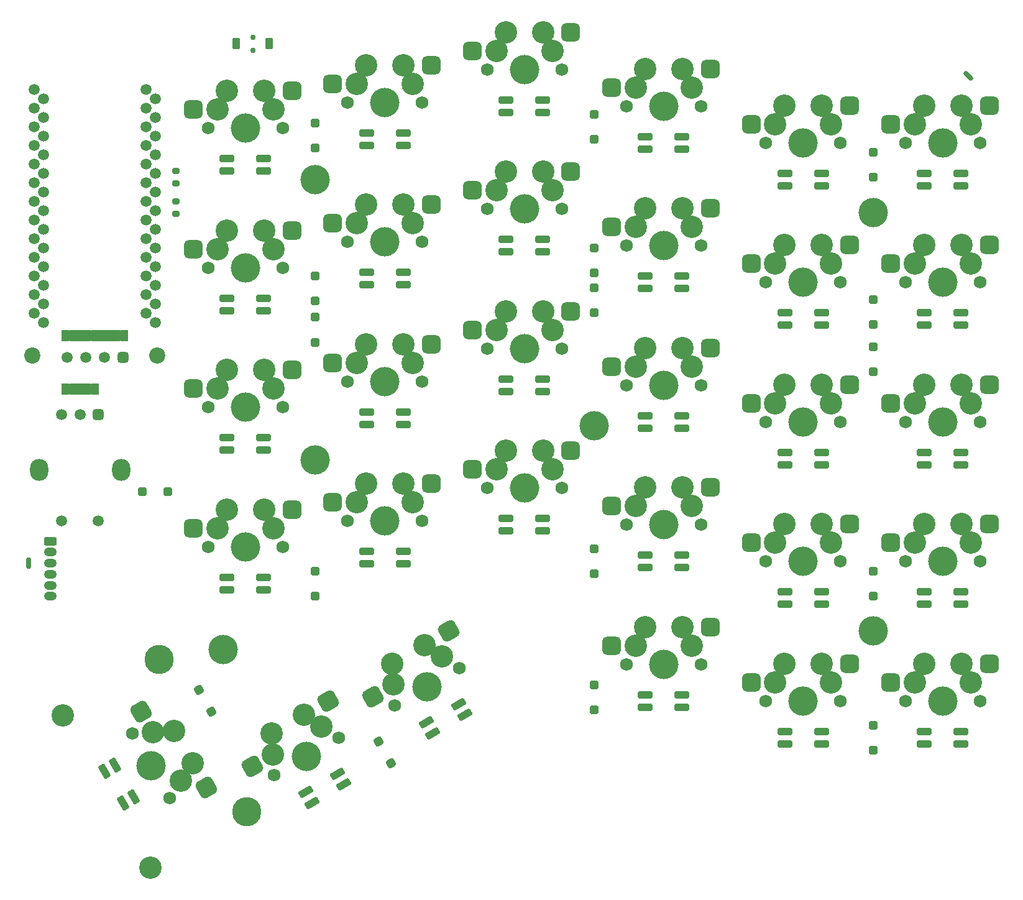
<source format=gbr>
%TF.GenerationSoftware,KiCad,Pcbnew,7.0.5*%
%TF.CreationDate,2023-11-26T00:23:34+09:00*%
%TF.ProjectId,Ultramarine-2,556c7472-616d-4617-9269-6e652d322e6b,rev?*%
%TF.SameCoordinates,Original*%
%TF.FileFunction,Soldermask,Bot*%
%TF.FilePolarity,Negative*%
%FSLAX46Y46*%
G04 Gerber Fmt 4.6, Leading zero omitted, Abs format (unit mm)*
G04 Created by KiCad (PCBNEW 7.0.5) date 2023-11-26 00:23:34*
%MOMM*%
%LPD*%
G01*
G04 APERTURE LIST*
G04 Aperture macros list*
%AMRoundRect*
0 Rectangle with rounded corners*
0 $1 Rounding radius*
0 $2 $3 $4 $5 $6 $7 $8 $9 X,Y pos of 4 corners*
0 Add a 4 corners polygon primitive as box body*
4,1,4,$2,$3,$4,$5,$6,$7,$8,$9,$2,$3,0*
0 Add four circle primitives for the rounded corners*
1,1,$1+$1,$2,$3*
1,1,$1+$1,$4,$5*
1,1,$1+$1,$6,$7*
1,1,$1+$1,$8,$9*
0 Add four rect primitives between the rounded corners*
20,1,$1+$1,$2,$3,$4,$5,0*
20,1,$1+$1,$4,$5,$6,$7,0*
20,1,$1+$1,$6,$7,$8,$9,0*
20,1,$1+$1,$8,$9,$2,$3,0*%
%AMHorizOval*
0 Thick line with rounded ends*
0 $1 width*
0 $2 $3 position (X,Y) of the first rounded end (center of the circle)*
0 $4 $5 position (X,Y) of the second rounded end (center of the circle)*
0 Add line between two ends*
20,1,$1,$2,$3,$4,$5,0*
0 Add two circle primitives to create the rounded ends*
1,1,$1,$2,$3*
1,1,$1,$4,$5*%
%AMFreePoly0*
4,1,6,1.000000,0.000000,0.500000,-0.750000,-0.500000,-0.750000,-0.500000,0.750000,0.500000,0.750000,1.000000,0.000000,1.000000,0.000000,$1*%
G04 Aperture macros list end*
%ADD10C,1.750000*%
%ADD11C,3.050000*%
%ADD12C,4.000000*%
%ADD13RoundRect,0.625000X-0.650000X-0.625000X0.650000X-0.625000X0.650000X0.625000X-0.650000X0.625000X0*%
%ADD14C,0.750000*%
%ADD15RoundRect,0.262500X0.262500X-0.537500X0.262500X0.537500X-0.262500X0.537500X-0.262500X-0.537500X0*%
%ADD16C,1.500000*%
%ADD17C,2.200000*%
%ADD18RoundRect,0.625000X-0.250417X-0.866266X0.875417X-0.216266X0.250417X0.866266X-0.875417X0.216266X0*%
%ADD19RoundRect,0.300000X-0.575000X0.300000X-0.575000X-0.300000X0.575000X-0.300000X0.575000X0.300000X0*%
%ADD20O,1.750000X1.200000*%
%ADD21RoundRect,0.375000X-0.375000X-0.375000X0.375000X-0.375000X0.375000X0.375000X-0.375000X0.375000X0*%
%ADD22RoundRect,0.375000X-0.375000X0.375000X-0.375000X-0.375000X0.375000X-0.375000X0.375000X0.375000X0*%
%ADD23O,2.500000X3.000000*%
%ADD24RoundRect,0.300000X0.300000X-0.300000X0.300000X0.300000X-0.300000X0.300000X-0.300000X-0.300000X0*%
%ADD25RoundRect,0.250000X0.750000X0.250000X-0.750000X0.250000X-0.750000X-0.250000X0.750000X-0.250000X0*%
%ADD26RoundRect,0.300000X0.409808X-0.109808X0.109808X0.409808X-0.409808X0.109808X-0.109808X-0.409808X0*%
%ADD27RoundRect,0.250000X-0.750000X-0.250000X0.750000X-0.250000X0.750000X0.250000X-0.750000X0.250000X0*%
%ADD28RoundRect,0.625000X0.650000X0.625000X-0.650000X0.625000X-0.650000X-0.625000X0.650000X-0.625000X0*%
%ADD29RoundRect,0.300000X-0.300000X0.300000X-0.300000X-0.300000X0.300000X-0.300000X0.300000X0.300000X0*%
%ADD30HorizOval,0.700000X-0.318198X0.318198X0.318198X-0.318198X0*%
%ADD31RoundRect,0.250000X0.524519X0.591506X-0.774519X-0.158494X-0.524519X-0.591506X0.774519X0.158494X0*%
%ADD32RoundRect,0.625000X0.250417X0.866266X-0.875417X0.216266X-0.250417X-0.866266X0.875417X-0.216266X0*%
%ADD33RoundRect,0.200000X0.275000X-0.200000X0.275000X0.200000X-0.275000X0.200000X-0.275000X-0.200000X0*%
%ADD34R,3.000000X1.500000*%
%ADD35FreePoly0,0.000000*%
%ADD36FreePoly0,180.000000*%
%ADD37RoundRect,0.250000X0.591506X-0.524519X-0.158494X0.774519X-0.591506X0.524519X0.158494X-0.774519X0*%
%ADD38RoundRect,0.200000X-0.275000X0.200000X-0.275000X-0.200000X0.275000X-0.200000X0.275000X0.200000X0*%
%ADD39RoundRect,0.625000X0.866266X-0.250417X0.216266X0.875417X-0.866266X0.250417X-0.216266X-0.875417X0*%
%ADD40C,3.987800*%
%ADD41C,3.048000*%
%ADD42O,0.700000X1.600000*%
%ADD43RoundRect,0.300000X0.300000X0.300000X-0.300000X0.300000X-0.300000X-0.300000X0.300000X-0.300000X0*%
G04 APERTURE END LIST*
D10*
%TO.C,SW27*%
X170920000Y-121000000D03*
D11*
X172190000Y-118460000D03*
X173460000Y-115920000D03*
D12*
X176000000Y-121000000D03*
D11*
X178540000Y-115920000D03*
X179810000Y-118460000D03*
D10*
X181080000Y-121000000D03*
D13*
X168915000Y-118460000D03*
X182342000Y-115920000D03*
%TD*%
D10*
%TO.C,SW13*%
X208920000Y-88000000D03*
D11*
X210190000Y-85460000D03*
X211460000Y-82920000D03*
D12*
X214000000Y-88000000D03*
D11*
X216540000Y-82920000D03*
X217810000Y-85460000D03*
D10*
X219080000Y-88000000D03*
D13*
X206915000Y-85460000D03*
X220342000Y-82920000D03*
%TD*%
D12*
%TO.C,REF\u002A\u002A*%
X128500000Y-55000000D03*
%TD*%
D10*
%TO.C,SW1*%
X208920000Y-50000000D03*
D11*
X210190000Y-47460000D03*
X211460000Y-44920000D03*
D12*
X214000000Y-50000000D03*
D11*
X216540000Y-44920000D03*
X217810000Y-47460000D03*
D10*
X219080000Y-50000000D03*
D13*
X206915000Y-47460000D03*
X220342000Y-44920000D03*
%TD*%
D14*
%TO.C,SW32*%
X120000000Y-37400000D03*
X120000000Y-35600000D03*
D15*
X122225000Y-36500000D03*
X117775000Y-36500000D03*
%TD*%
D10*
%TO.C,SW21*%
X170920000Y-102000000D03*
D11*
X172190000Y-99460000D03*
X173460000Y-96920000D03*
D12*
X176000000Y-102000000D03*
D11*
X178540000Y-96920000D03*
X179810000Y-99460000D03*
D10*
X181080000Y-102000000D03*
D13*
X168915000Y-99460000D03*
X182342000Y-96920000D03*
%TD*%
D10*
%TO.C,SW7*%
X208920000Y-69000000D03*
D11*
X210190000Y-66460000D03*
X211460000Y-63920000D03*
D12*
X214000000Y-69000000D03*
D11*
X216540000Y-63920000D03*
X217810000Y-66460000D03*
D10*
X219080000Y-69000000D03*
D13*
X206915000Y-66460000D03*
X220342000Y-63920000D03*
%TD*%
D10*
%TO.C,SW5*%
X132920000Y-44500000D03*
D11*
X134190000Y-41960000D03*
X135460000Y-39420000D03*
D12*
X138000000Y-44500000D03*
D11*
X140540000Y-39420000D03*
X141810000Y-41960000D03*
D10*
X143080000Y-44500000D03*
D13*
X130915000Y-41960000D03*
X144342000Y-39420000D03*
%TD*%
D12*
%TO.C,REF\u002A\u002A*%
X204500000Y-59500000D03*
%TD*%
D16*
%TO.C,U1*%
X105485000Y-42760000D03*
X105485000Y-45300000D03*
X105485000Y-47840000D03*
X105485000Y-50380000D03*
X105485000Y-52920000D03*
X105485000Y-55460000D03*
X105485000Y-58000000D03*
X105485000Y-60540000D03*
X105485000Y-63080000D03*
X105485000Y-65620000D03*
X105485000Y-68160000D03*
X105485000Y-70700000D03*
X105485000Y-73240000D03*
X90245000Y-73240000D03*
X90245000Y-70700000D03*
X90245000Y-68160000D03*
X90245000Y-65620000D03*
X90245000Y-63080000D03*
X90245000Y-60540000D03*
X90245000Y-58000000D03*
X90245000Y-55460000D03*
X90245000Y-52920000D03*
X90245000Y-50380000D03*
X90245000Y-47840000D03*
X90245000Y-45300000D03*
X90245000Y-42760000D03*
%TD*%
D17*
%TO.C,REF\u002A\u002A*%
X107000000Y-79000000D03*
%TD*%
D10*
%TO.C,SW3*%
X170920000Y-45000000D03*
D11*
X172190000Y-42460000D03*
X173460000Y-39920000D03*
D12*
X176000000Y-45000000D03*
D11*
X178540000Y-39920000D03*
X179810000Y-42460000D03*
D10*
X181080000Y-45000000D03*
D13*
X168915000Y-42460000D03*
X182342000Y-39920000D03*
%TD*%
D12*
%TO.C,REF\u002A\u002A*%
X204500000Y-116500000D03*
%TD*%
D10*
%TO.C,SW25*%
X208920000Y-126000000D03*
D11*
X210190000Y-123460000D03*
X211460000Y-120920000D03*
D12*
X214000000Y-126000000D03*
D11*
X216540000Y-120920000D03*
X217810000Y-123460000D03*
D10*
X219080000Y-126000000D03*
D13*
X206915000Y-123460000D03*
X220342000Y-120920000D03*
%TD*%
D10*
%TO.C,SW23*%
X132920000Y-101500000D03*
D11*
X134190000Y-98960000D03*
X135460000Y-96420000D03*
D12*
X138000000Y-101500000D03*
D11*
X140540000Y-96420000D03*
X141810000Y-98960000D03*
D10*
X143080000Y-101500000D03*
D13*
X130915000Y-98960000D03*
X144342000Y-96420000D03*
%TD*%
D10*
%TO.C,SW29*%
X122931591Y-136121000D03*
D11*
X122761443Y-133286295D03*
X122591295Y-130451591D03*
D12*
X127331000Y-133581000D03*
D11*
X126990705Y-127911591D03*
X129360557Y-129476295D03*
D10*
X131730409Y-131041000D03*
D18*
X119925210Y-134923795D03*
X130283333Y-126010591D03*
%TD*%
D10*
%TO.C,SW19*%
X208920000Y-107000000D03*
D11*
X210190000Y-104460000D03*
X211460000Y-101920000D03*
D12*
X214000000Y-107000000D03*
D11*
X216540000Y-101920000D03*
X217810000Y-104460000D03*
D10*
X219080000Y-107000000D03*
D13*
X206915000Y-104460000D03*
X220342000Y-101920000D03*
%TD*%
D12*
%TO.C,REF\u002A\u002A*%
X116000000Y-119000000D03*
%TD*%
D19*
%TO.C,J3*%
X92424000Y-104250000D03*
D20*
X92404000Y-105750000D03*
X92424000Y-107250000D03*
X92404000Y-108750000D03*
X92424000Y-110250000D03*
X92404000Y-111750000D03*
%TD*%
D16*
%TO.C,J1*%
X94690000Y-79240000D03*
X97230000Y-79240000D03*
X99770000Y-79240000D03*
D21*
X102310000Y-79240000D03*
%TD*%
D10*
%TO.C,SW9*%
X170920000Y-64000000D03*
D11*
X172190000Y-61460000D03*
X173460000Y-58920000D03*
D12*
X176000000Y-64000000D03*
D11*
X178540000Y-58920000D03*
X179810000Y-61460000D03*
D10*
X181080000Y-64000000D03*
D13*
X168915000Y-61460000D03*
X182342000Y-58920000D03*
%TD*%
D22*
%TO.C,SW31*%
X99000000Y-87000000D03*
D16*
X94000000Y-87000000D03*
X96500000Y-87000000D03*
D23*
X102100000Y-94500000D03*
X90900000Y-94500000D03*
D16*
X99000000Y-101500000D03*
X94000000Y-101500000D03*
%TD*%
D10*
%TO.C,SW11*%
X132920000Y-63500000D03*
D11*
X134190000Y-60960000D03*
X135460000Y-58420000D03*
D12*
X138000000Y-63500000D03*
D11*
X140540000Y-58420000D03*
X141810000Y-60960000D03*
D10*
X143080000Y-63500000D03*
D13*
X130915000Y-60960000D03*
X144342000Y-58420000D03*
%TD*%
D10*
%TO.C,SW15*%
X170920000Y-83000000D03*
D11*
X172190000Y-80460000D03*
X173460000Y-77920000D03*
D12*
X176000000Y-83000000D03*
D11*
X178540000Y-77920000D03*
X179810000Y-80460000D03*
D10*
X181080000Y-83000000D03*
D13*
X168915000Y-80460000D03*
X182342000Y-77920000D03*
%TD*%
D12*
%TO.C,REF\u002A\u002A*%
X166500000Y-88500000D03*
%TD*%
D17*
%TO.C,REF\u002A\u002A*%
X90000000Y-79000000D03*
%TD*%
D10*
%TO.C,SW17*%
X132920000Y-82500000D03*
D11*
X134190000Y-79960000D03*
X135460000Y-77420000D03*
D12*
X138000000Y-82500000D03*
D11*
X140540000Y-77420000D03*
X141810000Y-79960000D03*
D10*
X143080000Y-82500000D03*
D13*
X130915000Y-79960000D03*
X144342000Y-77420000D03*
%TD*%
D12*
%TO.C,REF\u002A\u002A*%
X128500000Y-93200000D03*
%TD*%
D24*
%TO.C,D5*%
X128500000Y-50700000D03*
X128500000Y-47300000D03*
%TD*%
D25*
%TO.C,D56*%
X216500000Y-131850000D03*
X216500000Y-130150000D03*
X211500000Y-130150000D03*
X211500000Y-131850000D03*
%TD*%
D26*
%TO.C,D29*%
X138850000Y-134472243D03*
X137150000Y-131527757D03*
%TD*%
D25*
%TO.C,D45*%
X197500000Y-93850000D03*
X197500000Y-92150000D03*
X192500000Y-92150000D03*
X192500000Y-93850000D03*
%TD*%
%TO.C,D49*%
X121500000Y-91850000D03*
X121500000Y-90150000D03*
X116500000Y-90150000D03*
X116500000Y-91850000D03*
%TD*%
D27*
%TO.C,D53*%
X154500000Y-101150000D03*
X154500000Y-102850000D03*
X159500000Y-102850000D03*
X159500000Y-101150000D03*
%TD*%
D10*
%TO.C,SW2*%
X200080000Y-50000000D03*
D11*
X198810000Y-47460000D03*
X197540000Y-44920000D03*
D12*
X195000000Y-50000000D03*
D11*
X192460000Y-44920000D03*
X191190000Y-47460000D03*
D10*
X189920000Y-50000000D03*
D28*
X201342000Y-44920000D03*
X187915000Y-47460000D03*
%TD*%
D16*
%TO.C,U2*%
X91515000Y-44030000D03*
X91515000Y-46570000D03*
X91515000Y-49110000D03*
X91515000Y-51650000D03*
X91515000Y-54190000D03*
X91515000Y-56730000D03*
X91515000Y-59270000D03*
X91515000Y-61810000D03*
X91515000Y-64350000D03*
X91515000Y-66890000D03*
X91515000Y-69430000D03*
X91515000Y-71970000D03*
X91515000Y-74510000D03*
X106755000Y-74510000D03*
X106755000Y-71970000D03*
X106755000Y-69430000D03*
X106755000Y-66890000D03*
X106755000Y-64350000D03*
X106755000Y-61810000D03*
X106755000Y-59270000D03*
X106755000Y-56730000D03*
X106755000Y-54190000D03*
X106755000Y-51650000D03*
X106755000Y-49110000D03*
X106755000Y-46570000D03*
X106755000Y-44030000D03*
%TD*%
D10*
%TO.C,SW24*%
X124080000Y-105000000D03*
D11*
X122810000Y-102460000D03*
X121540000Y-99920000D03*
D12*
X119000000Y-105000000D03*
D11*
X116460000Y-99920000D03*
X115190000Y-102460000D03*
D10*
X113920000Y-105000000D03*
D28*
X125342000Y-99920000D03*
X111915000Y-102460000D03*
%TD*%
D24*
%TO.C,D28*%
X166500000Y-127200000D03*
X166500000Y-123800000D03*
%TD*%
D29*
%TO.C,D17*%
X128500000Y-73750000D03*
X128500000Y-77150000D03*
%TD*%
D30*
%TO.C,J4*%
X217500000Y-40900000D03*
%TD*%
D25*
%TO.C,D36*%
X140500000Y-50350000D03*
X140500000Y-48650000D03*
X135500000Y-48650000D03*
X135500000Y-50350000D03*
%TD*%
D27*
%TO.C,D39*%
X192500000Y-73150000D03*
X192500000Y-74850000D03*
X197500000Y-74850000D03*
X197500000Y-73150000D03*
%TD*%
D10*
%TO.C,SW20*%
X200080000Y-107000000D03*
D11*
X198810000Y-104460000D03*
X197540000Y-101920000D03*
D12*
X195000000Y-107000000D03*
D11*
X192460000Y-101920000D03*
X191190000Y-104460000D03*
D10*
X189920000Y-107000000D03*
D28*
X201342000Y-101920000D03*
X187915000Y-104460000D03*
%TD*%
D10*
%TO.C,SW12*%
X124080000Y-67000000D03*
D11*
X122810000Y-64460000D03*
X121540000Y-61920000D03*
D12*
X119000000Y-67000000D03*
D11*
X116460000Y-61920000D03*
X115190000Y-64460000D03*
D10*
X113920000Y-67000000D03*
D28*
X125342000Y-61920000D03*
X111915000Y-64460000D03*
%TD*%
D27*
%TO.C,D50*%
X211500000Y-111150000D03*
X211500000Y-112850000D03*
X216500000Y-112850000D03*
X216500000Y-111150000D03*
%TD*%
D31*
%TO.C,D59*%
X148876064Y-127897122D03*
X148026064Y-126424878D03*
X143695936Y-128924878D03*
X144545936Y-130397122D03*
%TD*%
D10*
%TO.C,SW14*%
X200080000Y-88000000D03*
D11*
X198810000Y-85460000D03*
X197540000Y-82920000D03*
D12*
X195000000Y-88000000D03*
D11*
X192460000Y-82920000D03*
X191190000Y-85460000D03*
D10*
X189920000Y-88000000D03*
D28*
X201342000Y-82920000D03*
X187915000Y-85460000D03*
%TD*%
D27*
%TO.C,D40*%
X173500000Y-68150000D03*
X173500000Y-69850000D03*
X178500000Y-69850000D03*
X178500000Y-68150000D03*
%TD*%
D29*
%TO.C,D13*%
X204500000Y-77800000D03*
X204500000Y-81200000D03*
%TD*%
D10*
%TO.C,SW28*%
X148185409Y-121541000D03*
D11*
X145815557Y-119976295D03*
X143445705Y-118411591D03*
D12*
X143786000Y-124081000D03*
D11*
X139046295Y-120951591D03*
X139216443Y-123786295D03*
D10*
X139386591Y-126621000D03*
D32*
X146738333Y-116510591D03*
X136380210Y-125423795D03*
%TD*%
D33*
%TO.C,R2*%
X109500000Y-59650000D03*
X109500000Y-58000000D03*
%TD*%
D24*
%TO.C,D27*%
X204500000Y-132700000D03*
X204500000Y-129300000D03*
%TD*%
D27*
%TO.C,D38*%
X211500000Y-73150000D03*
X211500000Y-74850000D03*
X216500000Y-74850000D03*
X216500000Y-73150000D03*
%TD*%
D10*
%TO.C,SW4*%
X162080000Y-40000000D03*
D11*
X160810000Y-37460000D03*
X159540000Y-34920000D03*
D12*
X157000000Y-40000000D03*
D11*
X154460000Y-34920000D03*
X153190000Y-37460000D03*
D10*
X151920000Y-40000000D03*
D28*
X163342000Y-34920000D03*
X149915000Y-37460000D03*
%TD*%
D25*
%TO.C,D35*%
X159500000Y-45850000D03*
X159500000Y-44150000D03*
X154500000Y-44150000D03*
X154500000Y-45850000D03*
%TD*%
D27*
%TO.C,D41*%
X154500000Y-63150000D03*
X154500000Y-64850000D03*
X159500000Y-64850000D03*
X159500000Y-63150000D03*
%TD*%
D25*
%TO.C,D46*%
X178500000Y-88850000D03*
X178500000Y-87150000D03*
X173500000Y-87150000D03*
X173500000Y-88850000D03*
%TD*%
D34*
%TO.C,JP4*%
X96500000Y-83550000D03*
D35*
X94500000Y-83550000D03*
D36*
X98500000Y-83550000D03*
%TD*%
D25*
%TO.C,D33*%
X197500000Y-55850000D03*
X197500000Y-54150000D03*
X192500000Y-54150000D03*
X192500000Y-55850000D03*
%TD*%
D24*
%TO.C,D10*%
X166500000Y-67700000D03*
X166500000Y-64300000D03*
%TD*%
%TO.C,D4*%
X166500000Y-49500000D03*
X166500000Y-46100000D03*
%TD*%
%TO.C,D2*%
X204500000Y-54700000D03*
X204500000Y-51300000D03*
%TD*%
D25*
%TO.C,D37*%
X121500000Y-53850000D03*
X121500000Y-52150000D03*
X116500000Y-52150000D03*
X116500000Y-53850000D03*
%TD*%
D10*
%TO.C,SW8*%
X200080000Y-69000000D03*
D11*
X198810000Y-66460000D03*
X197540000Y-63920000D03*
D12*
X195000000Y-69000000D03*
D11*
X192460000Y-63920000D03*
X191190000Y-66460000D03*
D10*
X189920000Y-69000000D03*
D28*
X201342000Y-63920000D03*
X187915000Y-66460000D03*
%TD*%
D27*
%TO.C,D42*%
X135500000Y-67650000D03*
X135500000Y-69350000D03*
X140500000Y-69350000D03*
X140500000Y-67650000D03*
%TD*%
D37*
%TO.C,D61*%
X102310878Y-139944064D03*
X103783122Y-139094064D03*
X101283122Y-134763936D03*
X99810878Y-135613936D03*
%TD*%
D38*
%TO.C,R1*%
X109500000Y-53850000D03*
X109500000Y-55500000D03*
%TD*%
D27*
%TO.C,D55*%
X116500000Y-109150000D03*
X116500000Y-110850000D03*
X121500000Y-110850000D03*
X121500000Y-109150000D03*
%TD*%
D10*
%TO.C,SW22*%
X162080000Y-97000000D03*
D11*
X160810000Y-94460000D03*
X159540000Y-91920000D03*
D12*
X157000000Y-97000000D03*
D11*
X154460000Y-91920000D03*
X153190000Y-94460000D03*
D10*
X151920000Y-97000000D03*
D28*
X163342000Y-91920000D03*
X149915000Y-94460000D03*
%TD*%
D27*
%TO.C,D54*%
X135500000Y-105650000D03*
X135500000Y-107350000D03*
X140500000Y-107350000D03*
X140500000Y-105650000D03*
%TD*%
D25*
%TO.C,D58*%
X178500000Y-126850000D03*
X178500000Y-125150000D03*
X173500000Y-125150000D03*
X173500000Y-126850000D03*
%TD*%
D29*
%TO.C,D16*%
X166500000Y-69750000D03*
X166500000Y-73150000D03*
%TD*%
D25*
%TO.C,D57*%
X197500000Y-131850000D03*
X197500000Y-130150000D03*
X192500000Y-130150000D03*
X192500000Y-131850000D03*
%TD*%
D34*
%TO.C,JP2*%
X96500000Y-76250000D03*
D35*
X94500000Y-76250000D03*
D36*
X98500000Y-76250000D03*
%TD*%
D10*
%TO.C,SW30*%
X108667000Y-139253409D03*
D11*
X110231705Y-136883557D03*
X111796409Y-134513705D03*
D12*
X106127000Y-134854000D03*
D11*
X109256409Y-130114295D03*
X106421705Y-130284443D03*
D10*
X103587000Y-130454591D03*
D39*
X113697409Y-137806333D03*
X104784205Y-127448210D03*
%TD*%
D40*
%TO.C,REF\u002A\u002A*%
X107281059Y-120402889D03*
D41*
X94108813Y-128007889D03*
D40*
X119219059Y-141080111D03*
D41*
X106046813Y-148685111D03*
%TD*%
D25*
%TO.C,D34*%
X178500000Y-50850000D03*
X178500000Y-49150000D03*
X173500000Y-49150000D03*
X173500000Y-50850000D03*
%TD*%
D10*
%TO.C,SW16*%
X162080000Y-78000000D03*
D11*
X160810000Y-75460000D03*
X159540000Y-72920000D03*
D12*
X157000000Y-78000000D03*
D11*
X154460000Y-72920000D03*
X153190000Y-75460000D03*
D10*
X151920000Y-78000000D03*
D28*
X163342000Y-72920000D03*
X149915000Y-75460000D03*
%TD*%
D26*
%TO.C,D31*%
X114350000Y-127472243D03*
X112650000Y-124527757D03*
%TD*%
D25*
%TO.C,D44*%
X216500000Y-93850000D03*
X216500000Y-92150000D03*
X211500000Y-92150000D03*
X211500000Y-93850000D03*
%TD*%
D42*
%TO.C,J2*%
X89500000Y-107200000D03*
%TD*%
D27*
%TO.C,D51*%
X192500000Y-111150000D03*
X192500000Y-112850000D03*
X197500000Y-112850000D03*
X197500000Y-111150000D03*
%TD*%
D10*
%TO.C,SW6*%
X124080000Y-48000000D03*
D11*
X122810000Y-45460000D03*
X121540000Y-42920000D03*
D12*
X119000000Y-48000000D03*
D11*
X116460000Y-42920000D03*
X115190000Y-45460000D03*
D10*
X113920000Y-48000000D03*
D28*
X125342000Y-42920000D03*
X111915000Y-45460000D03*
%TD*%
D31*
%TO.C,D60*%
X132421064Y-137397122D03*
X131571064Y-135924878D03*
X127240936Y-138424878D03*
X128090936Y-139897122D03*
%TD*%
D25*
%TO.C,D32*%
X216500000Y-55850000D03*
X216500000Y-54150000D03*
X211500000Y-54150000D03*
X211500000Y-55850000D03*
%TD*%
D34*
%TO.C,JP5*%
X100500000Y-76250000D03*
D35*
X98500000Y-76250000D03*
D36*
X102500000Y-76250000D03*
%TD*%
D10*
%TO.C,SW18*%
X124080000Y-86000000D03*
D11*
X122810000Y-83460000D03*
X121540000Y-80920000D03*
D12*
X119000000Y-86000000D03*
D11*
X116460000Y-80920000D03*
X115190000Y-83460000D03*
D10*
X113920000Y-86000000D03*
D28*
X125342000Y-80920000D03*
X111915000Y-83460000D03*
%TD*%
D25*
%TO.C,D47*%
X159500000Y-83850000D03*
X159500000Y-82150000D03*
X154500000Y-82150000D03*
X154500000Y-83850000D03*
%TD*%
D24*
%TO.C,D19*%
X204500000Y-111700000D03*
X204500000Y-108300000D03*
%TD*%
%TO.C,D11*%
X128500000Y-71500000D03*
X128500000Y-68100000D03*
%TD*%
D27*
%TO.C,D52*%
X173500000Y-106150000D03*
X173500000Y-107850000D03*
X178500000Y-107850000D03*
X178500000Y-106150000D03*
%TD*%
D24*
%TO.C,D23*%
X128500000Y-111700000D03*
X128500000Y-108300000D03*
%TD*%
D10*
%TO.C,SW10*%
X162080000Y-59000000D03*
D11*
X160810000Y-56460000D03*
X159540000Y-53920000D03*
D12*
X157000000Y-59000000D03*
D11*
X154460000Y-53920000D03*
X153190000Y-56460000D03*
D10*
X151920000Y-59000000D03*
D28*
X163342000Y-53920000D03*
X149915000Y-56460000D03*
%TD*%
D25*
%TO.C,D48*%
X140500000Y-88350000D03*
X140500000Y-86650000D03*
X135500000Y-86650000D03*
X135500000Y-88350000D03*
%TD*%
D24*
%TO.C,D8*%
X204500000Y-74700000D03*
X204500000Y-71300000D03*
%TD*%
D43*
%TO.C,D25*%
X108400000Y-97500000D03*
X105000000Y-97500000D03*
%TD*%
D10*
%TO.C,SW26*%
X200080000Y-126000000D03*
D11*
X198810000Y-123460000D03*
X197540000Y-120920000D03*
D12*
X195000000Y-126000000D03*
D11*
X192460000Y-120920000D03*
X191190000Y-123460000D03*
D10*
X189920000Y-126000000D03*
D28*
X201342000Y-120920000D03*
X187915000Y-123460000D03*
%TD*%
D27*
%TO.C,D43*%
X116500000Y-71150000D03*
X116500000Y-72850000D03*
X121500000Y-72850000D03*
X121500000Y-71150000D03*
%TD*%
D24*
%TO.C,D22*%
X166500000Y-108700000D03*
X166500000Y-105300000D03*
%TD*%
M02*

</source>
